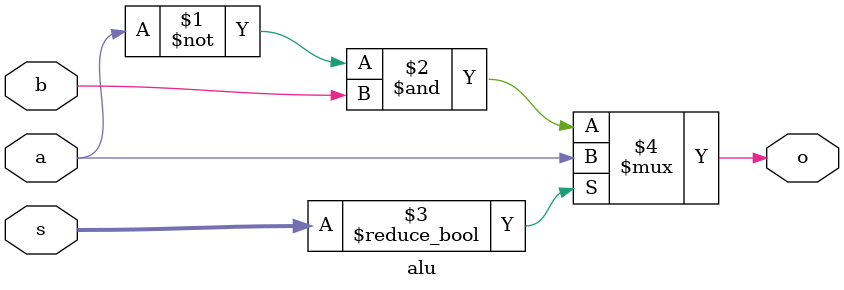
<source format=v>
module alu(output o, input a, b, input [2:0] s);
  assign o = s ? a : ~a & b;
endmodule

</source>
